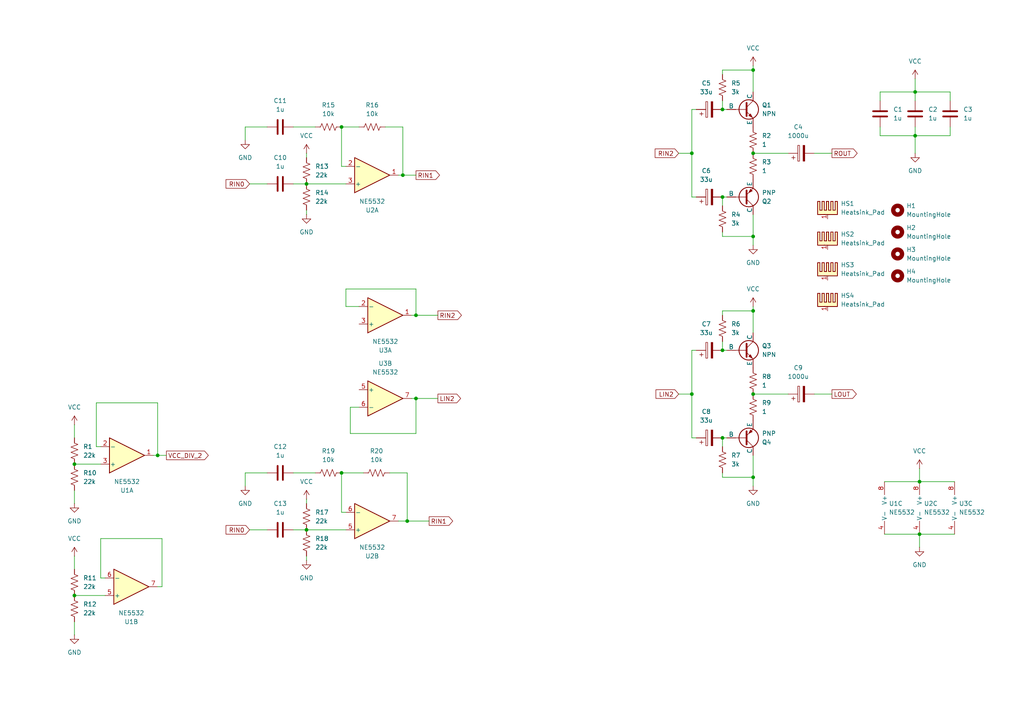
<source format=kicad_sch>
(kicad_sch (version 20231120) (generator "eeschema") (generator_version "8.0")
  (paper "A4")
  (lib_symbols
    (symbol "Amplifier_Operational:NE5532" (pin_names (offset 0.127))
      (property "Reference" "U" (at 0 5.08 0))
      (property "Value" "NE5532" (at 0 -5.08 0))
      (symbol "NE5532_1_1"
        (polyline (pts (xy -5.08 5.08) (xy 5.08 0) (xy -5.08 -5.08) (xy -5.08 5.08)) (stroke (width 0.254)) (fill (type background)))
        (pin output line (at 7.62 0 180) (length 2.54) (name "~") (number "1"))
        (pin input line (at -7.62 -2.54 0) (length 2.54) (name "-") (number "2"))
        (pin input line (at -7.62 2.54 0) (length 2.54) (name "+") (number "3"))
      )
      (symbol "NE5532_2_1"
        (polyline (pts (xy -5.08 5.08) (xy 5.08 0) (xy -5.08 -5.08) (xy -5.08 5.08)) (stroke (width 0.254)) (fill (type background)))
        (pin input line (at -7.62 2.54 0) (length 2.54) (name "+") (number "5"))
        (pin input line (at -7.62 -2.54 0) (length 2.54) (name "-") (number "6"))
        (pin output line (at 7.62 0 180) (length 2.54) (name "~") (number "7"))
      )
      (symbol "NE5532_3_1"
        (pin power_in line (at -2.54 -7.62 90) (length 3.81) (name "V-") (number "4"))
        (pin power_in line (at -2.54 7.62 270) (length 3.81) (name "V+") (number "8"))
      )
    )
    (symbol "Device:C" (pin_numbers hide) (pin_names (offset 0.254))
      (property "Reference" "C" (at 0.635 2.54 0))
      (property "Value" "C" (at 0.635 -2.54 0))
      (symbol "C_0_1"
        (polyline (pts (xy -2.032 -0.762) (xy 2.032 -0.762)) (stroke (width 0.508)))
        (polyline (pts (xy -2.032 0.762) (xy 2.032 0.762)) (stroke (width 0.508)))
      )
      (symbol "C_1_1"
        (pin passive line (at 0 3.81 270) (length 2.794) (name "~") (number "1"))
        (pin passive line (at 0 -3.81 90) (length 2.794) (name "~") (number "2"))
      )
    )
    (symbol "Device:C_Polarized" (pin_numbers hide) (pin_names (offset 0.254))
      (property "Reference" "C" (at 0.635 2.54 0))
      (property "Value" "C_Polarized" (at 0.635 -2.54 0))
      (symbol "C_Polarized_0_1"
        (rectangle (start -2.286 0.508) (end 2.286 1.016))
        (polyline (pts (xy -1.778 2.286) (xy -0.762 2.286)))
        (polyline (pts (xy -1.27 2.794) (xy -1.27 1.778)))
        (rectangle (start 2.286 -0.508) (end -2.286 -1.016) (fill (type outline)))
      )
      (symbol "C_Polarized_1_1"
        (pin passive line (at 0 3.81 270) (length 2.794) (name "~") (number "1"))
        (pin passive line (at 0 -3.81 90) (length 2.794) (name "~") (number "2"))
      )
    )
    (symbol "Device:R_US" (pin_numbers hide) (pin_names (offset 0))
      (property "Reference" "R" (at 2.54 0 90))
      (property "Value" "R_US" (at -2.54 0 90))
      (symbol "R_US_0_1"
        (polyline (pts (xy 0 -2.286) (xy 0 -2.54)))
        (polyline (pts (xy 0 2.286) (xy 0 2.54)))
        (polyline (pts (xy 0 -0.762) (xy 1.016 -1.143) (xy 0 -1.524) (xy -1.016 -1.905) (xy 0 -2.286)))
        (polyline (pts (xy 0 0.762) (xy 1.016 0.381) (xy 0 0) (xy -1.016 -0.381) (xy 0 -0.762)))
        (polyline (pts (xy 0 2.286) (xy 1.016 1.905) (xy 0 1.524) (xy -1.016 1.143) (xy 0 0.762)))
      )
      (symbol "R_US_1_1"
        (pin passive line (at 0 3.81 270) (length 1.27) (name "~") (number "1"))
        (pin passive line (at 0 -3.81 90) (length 1.27) (name "~") (number "2"))
      )
    )
    (symbol "Mechanical:Heatsink_Pad" (pin_names (offset 0))
      (property "Reference" "HS" (at 0 5.715 0))
      (property "Value" "Heatsink_Pad" (at 0 3.81 0))
      (symbol "Heatsink_Pad_0_1"
        (polyline (pts (xy -0.3302 0) (xy -0.9652 0) (xy -0.9652 2.54) (xy -1.6002 2.54) (xy -1.6002 0) (xy -2.2352 0) (xy -2.2352 2.54) (xy -2.8702 2.54) (xy -2.8702 -1.27) (xy -0.9652 -1.27)) (stroke (width 0.254)) (fill (type background)))
        (polyline (pts (xy -0.3302 0) (xy -0.3302 2.54) (xy 0.3048 2.54) (xy 0.3048 0) (xy 0.9398 0) (xy 0.9398 2.54) (xy 1.5748 2.54) (xy 1.5748 0) (xy 2.2098 0) (xy 2.2098 2.54) (xy 2.8448 2.54) (xy 2.8448 -1.27) (xy -0.9652 -1.27)) (stroke (width 0.254)) (fill (type background)))
      )
      (symbol "Heatsink_Pad_1_1"
        (pin passive line (at 0 -2.54 90) (length 1.27) (name "~") (number "1"))
      )
    )
    (symbol "Mechanical:MountingHole" (pin_names (offset 1.016))
      (property "Reference" "H" (at 0 5.08 0))
      (property "Value" "MountingHole" (at 0 3.175 0))
      (symbol "MountingHole_0_1"
        (circle (center 0 0) (radius 1.27) (stroke (width 1.27)))
      )
    )
    (symbol "Simulation_SPICE:NPN" (pin_numbers hide) (pin_names (offset 0))
      (property "Reference" "Q" (at -2.54 7.62 0))
      (property "Value" "NPN" (at -2.54 5.08 0))
      (symbol "NPN_0_1"
        (polyline (pts (xy -2.54 0) (xy 0.635 0)) (stroke (width 0.1524)))
        (polyline (pts (xy 0.635 0.635) (xy 2.54 2.54)))
        (polyline (pts (xy 2.794 -1.27) (xy 2.794 -1.27)) (stroke (width 0.1524)))
        (polyline (pts (xy 2.794 -1.27) (xy 2.794 -1.27)) (stroke (width 0.1524)))
        (polyline (pts (xy 0.635 -0.635) (xy 2.54 -2.54) (xy 2.54 -2.54)))
        (polyline (pts (xy 0.635 1.905) (xy 0.635 -1.905) (xy 0.635 -1.905)) (stroke (width 0.508)))
        (polyline (pts (xy 1.27 -1.778) (xy 1.778 -1.27) (xy 2.286 -2.286) (xy 1.27 -1.778) (xy 1.27 -1.778)) (fill (type outline)))
        (circle (center 1.27 0) (radius 2.8194) (stroke (width 0.254)))
      )
      (symbol "NPN_1_1"
        (pin open_collector line (at 2.54 5.08 270) (length 2.54) (name "C") (number "1"))
        (pin input line (at -5.08 0 0) (length 2.54) (name "B") (number "2"))
        (pin open_emitter line (at 2.54 -5.08 90) (length 2.54) (name "E") (number "3"))
      )
    )
    (symbol "Simulation_SPICE:PNP" (pin_numbers hide) (pin_names (offset 0))
      (property "Reference" "Q" (at -2.54 7.62 0))
      (property "Value" "PNP" (at -2.54 5.08 0))
      (symbol "PNP_0_1"
        (polyline (pts (xy -2.54 0) (xy 0.635 0)) (stroke (width 0.1524)))
        (polyline (pts (xy 0.635 0.635) (xy 2.54 2.54)))
        (polyline (pts (xy 0.635 -0.635) (xy 2.54 -2.54) (xy 2.54 -2.54)))
        (polyline (pts (xy 0.635 1.905) (xy 0.635 -1.905) (xy 0.635 -1.905)) (stroke (width 0.508)))
        (polyline (pts (xy 2.286 -1.778) (xy 1.778 -2.286) (xy 1.27 -1.27) (xy 2.286 -1.778) (xy 2.286 -1.778)) (fill (type outline)))
        (circle (center 1.27 0) (radius 2.8194) (stroke (width 0.254)))
      )
      (symbol "PNP_1_1"
        (pin open_collector line (at 2.54 5.08 270) (length 2.54) (name "C") (number "1"))
        (pin input line (at -5.08 0 0) (length 2.54) (name "B") (number "2"))
        (pin open_emitter line (at 2.54 -5.08 90) (length 2.54) (name "E") (number "3"))
      )
    )
    (symbol "power:GND" (power) (pin_numbers hide) (pin_names (offset 0) hide)
      (property "Value" "GND" (at 0 -3.81 0))
      (symbol "GND_0_1"
        (polyline (pts (xy 0 0) (xy 0 -1.27) (xy 1.27 -1.27) (xy 0 -2.54) (xy -1.27 -1.27) (xy 0 -1.27)))
      )
      (symbol "GND_1_1"
        (pin power_in line (at 0 0 270) (length 0) (name "~") (number "1"))
      )
    )
    (symbol "power:VCC" (power) (pin_numbers hide) (pin_names (offset 0) hide)
      (property "Value" "VCC" (at 0 3.556 0))
      (symbol "VCC_0_1"
        (polyline (pts (xy -0.762 1.27) (xy 0 2.54)))
        (polyline (pts (xy 0 0) (xy 0 2.54)))
        (polyline (pts (xy 0 2.54) (xy 0.762 1.27)))
      )
      (symbol "VCC_1_1"
        (pin power_in line (at 0 0 90) (length 0) (name "~") (number "1"))
      )
    )
  )
  (junction (at 266.7 154.94))
  (junction (at 218.44 20.32))
  (junction (at 200.66 44.45))
  (junction (at 209.55 57.15))
  (junction (at 209.55 31.75))
  (junction (at 118.11 151.13))
  (junction (at 45.72 132.08))
  (junction (at 120.65 115.57))
  (junction (at 266.7 139.7))
  (junction (at 218.44 90.17))
  (junction (at 120.65 91.44))
  (junction (at 88.9 53.34))
  (junction (at 218.44 114.3))
  (junction (at 209.55 101.6))
  (junction (at 21.59 134.62))
  (junction (at 99.06 137.16))
  (junction (at 218.44 68.58))
  (junction (at 21.59 172.72))
  (junction (at 209.55 127))
  (junction (at 116.84 50.8))
  (junction (at 265.43 39.37))
  (junction (at 218.44 44.45))
  (junction (at 99.06 36.83))
  (junction (at 88.9 153.67))
  (junction (at 218.44 138.43))
  (junction (at 265.43 26.67))
  (junction (at 200.66 114.3))
  (wire (pts (xy 120.65 115.57) (xy 127 115.57)))
  (wire (pts (xy 85.09 153.67) (xy 88.9 153.67)))
  (wire (pts (xy 218.44 20.32) (xy 218.44 26.67)))
  (wire (pts (xy 209.55 99.06) (xy 209.55 101.6)))
  (wire (pts (xy 265.43 26.67) (xy 265.43 29.21)))
  (wire (pts (xy 266.7 154.94) (xy 266.7 158.75)))
  (wire (pts (xy 265.43 39.37) (xy 275.59 39.37)))
  (wire (pts (xy 88.9 161.29) (xy 88.9 162.56)))
  (wire (pts (xy 266.7 154.94) (xy 276.86 154.94)))
  (wire (pts (xy 196.85 114.3) (xy 200.66 114.3)))
  (wire (pts (xy 115.57 151.13) (xy 118.11 151.13)))
  (wire (pts (xy 218.44 19.05) (xy 218.44 20.32)))
  (wire (pts (xy 236.22 114.3) (xy 241.3 114.3)))
  (wire (pts (xy 29.21 156.21) (xy 46.99 156.21)))
  (wire (pts (xy 104.14 118.11) (xy 101.6 118.11)))
  (wire (pts (xy 85.09 53.34) (xy 88.9 53.34)))
  (wire (pts (xy 88.9 44.45) (xy 88.9 45.72)))
  (wire (pts (xy 46.99 170.18) (xy 45.72 170.18)))
  (wire (pts (xy 120.65 91.44) (xy 127 91.44)))
  (wire (pts (xy 265.43 36.83) (xy 265.43 39.37)))
  (wire (pts (xy 209.55 20.32) (xy 218.44 20.32)))
  (wire (pts (xy 209.55 68.58) (xy 218.44 68.58)))
  (wire (pts (xy 209.55 57.15) (xy 209.55 59.69)))
  (wire (pts (xy 71.12 40.64) (xy 71.12 36.83)))
  (wire (pts (xy 21.59 172.72) (xy 30.48 172.72)))
  (wire (pts (xy 255.27 26.67) (xy 265.43 26.67)))
  (wire (pts (xy 218.44 90.17) (xy 218.44 96.52)))
  (wire (pts (xy 255.27 29.21) (xy 255.27 26.67)))
  (wire (pts (xy 265.43 26.67) (xy 275.59 26.67)))
  (wire (pts (xy 118.11 151.13) (xy 124.46 151.13)))
  (wire (pts (xy 100.33 83.82) (xy 120.65 83.82)))
  (wire (pts (xy 29.21 167.64) (xy 29.21 156.21)))
  (wire (pts (xy 27.94 129.54) (xy 27.94 116.84)))
  (wire (pts (xy 111.76 36.83) (xy 116.84 36.83)))
  (wire (pts (xy 104.14 36.83) (xy 99.06 36.83)))
  (wire (pts (xy 99.06 148.59) (xy 99.06 137.16)))
  (wire (pts (xy 266.7 139.7) (xy 276.86 139.7)))
  (wire (pts (xy 209.55 101.6) (xy 210.82 101.6)))
  (wire (pts (xy 256.54 154.94) (xy 266.7 154.94)))
  (wire (pts (xy 71.12 140.97) (xy 71.12 137.16)))
  (wire (pts (xy 85.09 137.16) (xy 91.44 137.16)))
  (wire (pts (xy 218.44 114.3) (xy 228.6 114.3)))
  (wire (pts (xy 104.14 88.9) (xy 100.33 88.9)))
  (wire (pts (xy 101.6 125.73) (xy 120.65 125.73)))
  (wire (pts (xy 209.55 21.59) (xy 209.55 20.32)))
  (wire (pts (xy 200.66 31.75) (xy 201.93 31.75)))
  (wire (pts (xy 29.21 129.54) (xy 27.94 129.54)))
  (wire (pts (xy 99.06 148.59) (xy 100.33 148.59)))
  (wire (pts (xy 209.55 127) (xy 209.55 129.54)))
  (wire (pts (xy 45.72 132.08) (xy 48.26 132.08)))
  (wire (pts (xy 201.93 57.15) (xy 200.66 57.15)))
  (wire (pts (xy 88.9 53.34) (xy 100.33 53.34)))
  (wire (pts (xy 99.06 137.16) (xy 105.41 137.16)))
  (wire (pts (xy 30.48 167.64) (xy 29.21 167.64)))
  (wire (pts (xy 120.65 125.73) (xy 120.65 115.57)))
  (wire (pts (xy 196.85 44.45) (xy 200.66 44.45)))
  (wire (pts (xy 116.84 36.83) (xy 116.84 50.8)))
  (wire (pts (xy 119.38 91.44) (xy 120.65 91.44)))
  (wire (pts (xy 21.59 123.19) (xy 21.59 127)))
  (wire (pts (xy 209.55 90.17) (xy 218.44 90.17)))
  (wire (pts (xy 21.59 142.24) (xy 21.59 146.05)))
  (wire (pts (xy 85.09 36.83) (xy 91.44 36.83)))
  (wire (pts (xy 218.44 138.43) (xy 218.44 140.97)))
  (wire (pts (xy 27.94 116.84) (xy 45.72 116.84)))
  (wire (pts (xy 275.59 39.37) (xy 275.59 36.83)))
  (wire (pts (xy 88.9 153.67) (xy 100.33 153.67)))
  (wire (pts (xy 236.22 44.45) (xy 241.3 44.45)))
  (wire (pts (xy 218.44 138.43) (xy 218.44 132.08)))
  (wire (pts (xy 100.33 88.9) (xy 100.33 83.82)))
  (wire (pts (xy 71.12 36.83) (xy 77.47 36.83)))
  (wire (pts (xy 72.39 53.34) (xy 77.47 53.34)))
  (wire (pts (xy 209.55 127) (xy 210.82 127)))
  (wire (pts (xy 218.44 88.9) (xy 218.44 90.17)))
  (wire (pts (xy 200.66 127) (xy 200.66 114.3)))
  (wire (pts (xy 118.11 137.16) (xy 118.11 151.13)))
  (wire (pts (xy 46.99 156.21) (xy 46.99 170.18)))
  (wire (pts (xy 255.27 36.83) (xy 255.27 39.37)))
  (wire (pts (xy 21.59 161.29) (xy 21.59 165.1)))
  (wire (pts (xy 115.57 50.8) (xy 116.84 50.8)))
  (wire (pts (xy 88.9 60.96) (xy 88.9 62.23)))
  (wire (pts (xy 275.59 26.67) (xy 275.59 29.21)))
  (wire (pts (xy 200.66 101.6) (xy 200.66 114.3)))
  (wire (pts (xy 88.9 144.78) (xy 88.9 146.05)))
  (wire (pts (xy 200.66 101.6) (xy 201.93 101.6)))
  (wire (pts (xy 265.43 22.86) (xy 265.43 26.67)))
  (wire (pts (xy 218.44 68.58) (xy 218.44 62.23)))
  (wire (pts (xy 209.55 57.15) (xy 210.82 57.15)))
  (wire (pts (xy 200.66 57.15) (xy 200.66 44.45)))
  (wire (pts (xy 209.55 29.21) (xy 209.55 31.75)))
  (wire (pts (xy 265.43 39.37) (xy 265.43 44.45)))
  (wire (pts (xy 209.55 91.44) (xy 209.55 90.17)))
  (wire (pts (xy 21.59 180.34) (xy 21.59 184.15)))
  (wire (pts (xy 119.38 115.57) (xy 120.65 115.57)))
  (wire (pts (xy 113.03 137.16) (xy 118.11 137.16)))
  (wire (pts (xy 45.72 132.08) (xy 44.45 132.08)))
  (wire (pts (xy 120.65 83.82) (xy 120.65 91.44)))
  (wire (pts (xy 45.72 116.84) (xy 45.72 132.08)))
  (wire (pts (xy 201.93 127) (xy 200.66 127)))
  (wire (pts (xy 21.59 134.62) (xy 29.21 134.62)))
  (wire (pts (xy 209.55 67.31) (xy 209.55 68.58)))
  (wire (pts (xy 100.33 48.26) (xy 99.06 48.26)))
  (wire (pts (xy 101.6 118.11) (xy 101.6 125.73)))
  (wire (pts (xy 209.55 138.43) (xy 218.44 138.43)))
  (wire (pts (xy 71.12 137.16) (xy 77.47 137.16)))
  (wire (pts (xy 99.06 48.26) (xy 99.06 36.83)))
  (wire (pts (xy 255.27 39.37) (xy 265.43 39.37)))
  (wire (pts (xy 218.44 44.45) (xy 228.6 44.45)))
  (wire (pts (xy 116.84 50.8) (xy 120.65 50.8)))
  (wire (pts (xy 72.39 153.67) (xy 77.47 153.67)))
  (wire (pts (xy 209.55 31.75) (xy 210.82 31.75)))
  (wire (pts (xy 200.66 31.75) (xy 200.66 44.45)))
  (wire (pts (xy 266.7 135.89) (xy 266.7 139.7)))
  (wire (pts (xy 209.55 137.16) (xy 209.55 138.43)))
  (wire (pts (xy 218.44 68.58) (xy 218.44 71.12)))
  (wire (pts (xy 256.54 139.7) (xy 266.7 139.7)))
  (global_label "RIN1" (shape output) (at 120.65 50.8 0) (property "Intersheetrefs" "${INTERSHEET_REFS}" (effects (hide yes))))
  (global_label "ROUT" (shape output) (at 241.3 44.45 0) (property "Intersheetrefs" "${INTERSHEET_REFS}" (effects (hide yes))))
  (global_label "RIN0" (shape input) (at 72.39 153.67 180) (property "Intersheetrefs" "${INTERSHEET_REFS}" (effects (hide yes))))
  (global_label "LIN2" (shape output) (at 127 115.57 0) (property "Intersheetrefs" "${INTERSHEET_REFS}" (effects (hide yes))))
  (global_label "VCC_DIV_2" (shape output) (at 48.26 132.08 0) (property "Intersheetrefs" "${INTERSHEET_REFS}" (effects (hide yes))))
  (global_label "RIN2" (shape output) (at 127 91.44 0) (property "Intersheetrefs" "${INTERSHEET_REFS}" (effects (hide yes))))
  (global_label "RIN2" (shape input) (at 196.85 44.45 180) (property "Intersheetrefs" "${INTERSHEET_REFS}" (effects (hide yes))))
  (global_label "RIN1" (shape output) (at 124.46 151.13 0) (property "Intersheetrefs" "${INTERSHEET_REFS}" (effects (hide yes))))
  (global_label "LIN2" (shape input) (at 196.85 114.3 180) (property "Intersheetrefs" "${INTERSHEET_REFS}" (effects (hide yes))))
  (global_label "RIN0" (shape input) (at 72.39 53.34 180) (property "Intersheetrefs" "${INTERSHEET_REFS}" (effects (hide yes))))
  (global_label "LOUT" (shape output) (at 241.3 114.3 0) (property "Intersheetrefs" "${INTERSHEET_REFS}" (effects (hide yes))))
  (symbol (lib_id "Device:R_US") (at 21.59 130.81 0) (unit 1)
    (property "Reference" "R1" (at 24.13 129.5399 0) (effects (justify left)))
    (property "Value" "22k" (at 24.13 132.0799 0) (effects (justify left)))
    (property "Description" "Resistor, US symbol" (effects (hide yes)))
  )
  (symbol (lib_id "Device:R_US") (at 95.25 36.83 90) (unit 1)
    (property "Reference" "R15" (at 95.25 30.48 90))
    (property "Value" "10k" (at 95.25 33.02 90))
    (property "Description" "Resistor, US symbol" (effects (hide yes)))
  )
  (symbol (lib_id "Device:C") (at 265.43 33.02 0) (unit 1)
    (property "Reference" "C2" (at 269.24 31.7499 0) (effects (justify left)))
    (property "Value" "1u" (at 269.24 34.2899 0) (effects (justify left)))
    (property "Description" "Unpolarized capacitor" (effects (hide yes)))
  )
  (symbol (lib_id "power:VCC") (at 265.43 22.86 0) (unit 1)
    (property "Reference" "#PWR02" (effects (hide yes)))
    (property "Value" "VCC" (at 265.43 17.78 0))
    (property "Description" "Power symbol creates a global label with name \"VCC\"" (effects (hide yes)))
  )
  (symbol (lib_id "Mechanical:MountingHole") (at 260.35 67.31 0) (unit 1)
    (property "Reference" "H2" (at 262.89 66.0399 0) (effects (justify left)))
    (property "Value" "MountingHole" (at 262.89 68.5799 0) (effects (justify left)))
    (property "Description" "Mounting Hole without connection" (effects (hide yes)))
  )
  (symbol (lib_id "Device:C") (at 81.28 137.16 270) (unit 1)
    (property "Reference" "C12" (at 81.28 129.54 90))
    (property "Value" "1u" (at 81.28 132.08 90))
    (property "Description" "Unpolarized capacitor" (effects (hide yes)))
  )
  (symbol (lib_id "power:VCC") (at 218.44 19.05 0) (unit 1)
    (property "Reference" "#PWR03" (effects (hide yes)))
    (property "Value" "VCC" (at 218.44 13.97 0))
    (property "Description" "Power symbol creates a global label with name \"VCC\"" (effects (hide yes)))
  )
  (symbol (lib_id "Device:R_US") (at 88.9 57.15 0) (unit 1)
    (property "Reference" "R14" (at 91.44 55.8799 0) (effects (justify left)))
    (property "Value" "22k" (at 91.44 58.4199 0) (effects (justify left)))
    (property "Description" "Resistor, US symbol" (effects (hide yes)))
  )
  (symbol (lib_id "Device:R_US") (at 88.9 149.86 0) (unit 1)
    (property "Reference" "R17" (at 91.44 148.5899 0) (effects (justify left)))
    (property "Value" "22k" (at 91.44 151.1299 0) (effects (justify left)))
    (property "Description" "Resistor, US symbol" (effects (hide yes)))
  )
  (symbol (lib_id "Mechanical:MountingHole") (at 260.35 60.96 0) (unit 1)
    (property "Reference" "H1" (at 262.89 59.6899 0) (effects (justify left)))
    (property "Value" "MountingHole" (at 262.89 62.2299 0) (effects (justify left)))
    (property "Description" "Mounting Hole without connection" (effects (hide yes)))
  )
  (symbol (lib_id "Device:R_US") (at 209.55 95.25 0) (unit 1)
    (property "Reference" "R6" (at 212.09 93.9799 0) (effects (justify left)))
    (property "Value" "3k" (at 212.09 96.5199 0) (effects (justify left)))
    (property "Description" "Resistor, US symbol" (effects (hide yes)))
  )
  (symbol (lib_id "Mechanical:Heatsink_Pad") (at 240.03 78.74 0) (unit 1)
    (property "Reference" "HS3" (at 243.84 76.8349 0) (effects (justify left)))
    (property "Value" "Heatsink_Pad" (at 243.84 79.3749 0) (effects (justify left)))
    (property "Description" "Heatsink with electrical connection, 1 pin" (effects (hide yes)))
  )
  (symbol (lib_id "Device:R_US") (at 95.25 137.16 90) (unit 1)
    (property "Reference" "R19" (at 95.25 130.81 90))
    (property "Value" "10k" (at 95.25 133.35 90))
    (property "Description" "Resistor, US symbol" (effects (hide yes)))
  )
  (symbol (lib_id "Device:R_US") (at 218.44 40.64 0) (unit 1)
    (property "Reference" "R2" (at 220.98 39.3699 0) (effects (justify left)))
    (property "Value" "1" (at 220.98 41.9099 0) (effects (justify left)))
    (property "Description" "Resistor, US symbol" (effects (hide yes)))
  )
  (symbol (lib_id "Simulation_SPICE:NPN") (at 215.9 101.6 0) (unit 1)
    (property "Reference" "Q3" (at 220.98 100.3299 0) (effects (justify left)))
    (property "Value" "NPN" (at 220.98 102.8699 0) (effects (justify left)))
    (property "Datasheet" "https://ngspice.sourceforge.io/docs/ngspice-html-manual/manual.xhtml#cha_BJTs" (effects (hide yes)))
    (property "Description" "Bipolar transistor symbol for simulation only, substrate tied to the emitter" (effects (hide yes)))
    (property "Sim.Device" "NPN" (effects (hide yes)))
    (property "Sim.Type" "GUMMELPOON" (effects (hide yes)))
    (property "Sim.Pins" "1=C 2=B 3=E" (effects (hide yes)))
  )
  (symbol (lib_id "Device:R_US") (at 209.55 63.5 0) (unit 1)
    (property "Reference" "R4" (at 212.09 62.2299 0) (effects (justify left)))
    (property "Value" "3k" (at 212.09 64.7699 0) (effects (justify left)))
    (property "Description" "Resistor, US symbol" (effects (hide yes)))
  )
  (symbol (lib_id "Simulation_SPICE:NPN") (at 215.9 31.75 0) (unit 1)
    (property "Reference" "Q1" (at 220.98 30.4799 0) (effects (justify left)))
    (property "Value" "NPN" (at 220.98 33.0199 0) (effects (justify left)))
    (property "Datasheet" "https://ngspice.sourceforge.io/docs/ngspice-html-manual/manual.xhtml#cha_BJTs" (effects (hide yes)))
    (property "Description" "Bipolar transistor symbol for simulation only, substrate tied to the emitter" (effects (hide yes)))
    (property "Sim.Device" "NPN" (effects (hide yes)))
    (property "Sim.Type" "GUMMELPOON" (effects (hide yes)))
    (property "Sim.Pins" "1=C 2=B 3=E" (effects (hide yes)))
  )
  (symbol (lib_id "power:GND") (at 88.9 62.23 0) (unit 1)
    (property "Reference" "#PWR013" (effects (hide yes)))
    (property "Value" "GND" (at 88.9 67.31 0))
    (property "Description" "Power symbol creates a global label with name \"GND\" , ground" (effects (hide yes)))
  )
  (symbol (lib_id "power:VCC") (at 266.7 135.89 0) (unit 1)
    (property "Reference" "#PWR012" (effects (hide yes)))
    (property "Value" "VCC" (at 266.7 130.81 0))
    (property "Description" "Power symbol creates a global label with name \"VCC\"" (effects (hide yes)))
  )
  (symbol (lib_id "Device:R_US") (at 218.44 110.49 0) (unit 1)
    (property "Reference" "R8" (at 220.98 109.2199 0) (effects (justify left)))
    (property "Value" "1" (at 220.98 111.7599 0) (effects (justify left)))
    (property "Description" "Resistor, US symbol" (effects (hide yes)))
  )
  (symbol (lib_id "Device:R_US") (at 88.9 157.48 0) (unit 1)
    (property "Reference" "R18" (at 91.44 156.2099 0) (effects (justify left)))
    (property "Value" "22k" (at 91.44 158.7499 0) (effects (justify left)))
    (property "Description" "Resistor, US symbol" (effects (hide yes)))
  )
  (symbol (lib_id "Device:C_Polarized") (at 232.41 44.45 90) (unit 1)
    (property "Reference" "C4" (at 231.521 36.83 90))
    (property "Value" "1000u" (at 231.521 39.37 90))
    (property "Description" "Polarized capacitor" (effects (hide yes)))
  )
  (symbol (lib_id "power:GND") (at 265.43 44.45 0) (unit 1)
    (property "Reference" "#PWR01" (effects (hide yes)))
    (property "Value" "GND" (at 265.43 49.53 0))
    (property "Description" "Power symbol creates a global label with name \"GND\" , ground" (effects (hide yes)))
  )
  (symbol (lib_id "Device:C_Polarized") (at 205.74 57.15 90) (unit 1)
    (property "Reference" "C6" (at 204.851 49.53 90))
    (property "Value" "33u" (at 204.851 52.07 90))
    (property "Description" "Polarized capacitor" (effects (hide yes)))
  )
  (symbol (lib_id "Device:C_Polarized") (at 205.74 127 90) (unit 1)
    (property "Reference" "C8" (at 204.851 119.38 90))
    (property "Value" "33u" (at 204.851 121.92 90))
    (property "Description" "Polarized capacitor" (effects (hide yes)))
  )
  (symbol (lib_id "Amplifier_Operational:NE5532") (at 279.4 147.32 0) (unit 3)
    (property "Reference" "U3" (at 278.13 146.0499 0) (effects (justify left)))
    (property "Value" "NE5532" (at 278.13 148.5899 0) (effects (justify left)))
    (property "Datasheet" "http://www.ti.com/lit/ds/symlink/ne5532.pdf" (effects (hide yes)))
    (property "Description" "Dual Low-Noise Operational Amplifiers, DIP-8/SOIC-8" (effects (hide yes)))
  )
  (symbol (lib_id "Device:R_US") (at 218.44 118.11 0) (unit 1)
    (property "Reference" "R9" (at 220.98 116.8399 0) (effects (justify left)))
    (property "Value" "1" (at 220.98 119.3799 0) (effects (justify left)))
    (property "Description" "Resistor, US symbol" (effects (hide yes)))
  )
  (symbol (lib_id "Device:R_US") (at 107.95 36.83 90) (unit 1)
    (property "Reference" "R16" (at 107.95 30.48 90))
    (property "Value" "10k" (at 107.95 33.02 90))
    (property "Description" "Resistor, US symbol" (effects (hide yes)))
  )
  (symbol (lib_id "power:GND") (at 218.44 140.97 0) (unit 1)
    (property "Reference" "#PWR06" (effects (hide yes)))
    (property "Value" "GND" (at 218.44 146.05 0))
    (property "Description" "Power symbol creates a global label with name \"GND\" , ground" (effects (hide yes)))
  )
  (symbol (lib_id "Device:C") (at 81.28 53.34 270) (unit 1)
    (property "Reference" "C10" (at 81.28 45.72 90))
    (property "Value" "1u" (at 81.28 48.26 90))
    (property "Description" "Unpolarized capacitor" (effects (hide yes)))
  )
  (symbol (lib_id "Amplifier_Operational:NE5532") (at 107.95 50.8 0) (mirror x) (unit 1)
    (property "Reference" "U2" (at 107.95 60.96 0))
    (property "Value" "NE5532" (at 107.95 58.42 0))
    (property "Datasheet" "http://www.ti.com/lit/ds/symlink/ne5532.pdf" (effects (hide yes)))
    (property "Description" "Dual Low-Noise Operational Amplifiers, DIP-8/SOIC-8" (effects (hide yes)))
  )
  (symbol (lib_id "Device:R_US") (at 21.59 168.91 0) (unit 1)
    (property "Reference" "R11" (at 24.13 167.6399 0) (effects (justify left)))
    (property "Value" "22k" (at 24.13 170.1799 0) (effects (justify left)))
    (property "Description" "Resistor, US symbol" (effects (hide yes)))
  )
  (symbol (lib_id "Amplifier_Operational:NE5532") (at 36.83 132.08 0) (mirror x) (unit 1)
    (property "Reference" "U1" (at 36.83 142.24 0))
    (property "Value" "NE5532" (at 36.83 139.7 0))
    (property "Datasheet" "http://www.ti.com/lit/ds/symlink/ne5532.pdf" (effects (hide yes)))
    (property "Description" "Dual Low-Noise Operational Amplifiers, DIP-8/SOIC-8" (effects (hide yes)))
  )
  (symbol (lib_id "power:GND") (at 21.59 184.15 0) (unit 1)
    (property "Reference" "#PWR010" (effects (hide yes)))
    (property "Value" "GND" (at 21.59 189.23 0))
    (property "Description" "Power symbol creates a global label with name \"GND\" , ground" (effects (hide yes)))
  )
  (symbol (lib_id "Amplifier_Operational:NE5532") (at 107.95 151.13 0) (mirror x) (unit 2)
    (property "Reference" "U2" (at 107.95 161.29 0))
    (property "Value" "NE5532" (at 107.95 158.75 0))
    (property "Datasheet" "http://www.ti.com/lit/ds/symlink/ne5532.pdf" (effects (hide yes)))
    (property "Description" "Dual Low-Noise Operational Amplifiers, DIP-8/SOIC-8" (effects (hide yes)))
  )
  (symbol (lib_id "Device:R_US") (at 109.22 137.16 90) (unit 1)
    (property "Reference" "R20" (at 109.22 130.81 90))
    (property "Value" "10k" (at 109.22 133.35 90))
    (property "Description" "Resistor, US symbol" (effects (hide yes)))
  )
  (symbol (lib_id "power:VCC") (at 21.59 123.19 0) (unit 1)
    (property "Reference" "#PWR07" (effects (hide yes)))
    (property "Value" "VCC" (at 21.59 118.11 0))
    (property "Description" "Power symbol creates a global label with name \"VCC\"" (effects (hide yes)))
  )
  (symbol (lib_id "power:VCC") (at 218.44 88.9 0) (unit 1)
    (property "Reference" "#PWR05" (effects (hide yes)))
    (property "Value" "VCC" (at 218.44 83.82 0))
    (property "Description" "Power symbol creates a global label with name \"VCC\"" (effects (hide yes)))
  )
  (symbol (lib_id "Mechanical:Heatsink_Pad") (at 240.03 69.85 0) (unit 1)
    (property "Reference" "HS2" (at 243.84 67.9449 0) (effects (justify left)))
    (property "Value" "Heatsink_Pad" (at 243.84 70.4849 0) (effects (justify left)))
    (property "Description" "Heatsink with electrical connection, 1 pin" (effects (hide yes)))
  )
  (symbol (lib_id "Amplifier_Operational:NE5532") (at 269.24 147.32 0) (unit 3)
    (property "Reference" "U2" (at 267.97 146.0499 0) (effects (justify left)))
    (property "Value" "NE5532" (at 267.97 148.5899 0) (effects (justify left)))
    (property "Datasheet" "http://www.ti.com/lit/ds/symlink/ne5532.pdf" (effects (hide yes)))
    (property "Description" "Dual Low-Noise Operational Amplifiers, DIP-8/SOIC-8" (effects (hide yes)))
  )
  (symbol (lib_id "Amplifier_Operational:NE5532") (at 111.76 91.44 0) (mirror x) (unit 1)
    (property "Reference" "U3" (at 111.76 101.6 0))
    (property "Value" "NE5532" (at 111.76 99.06 0))
    (property "Datasheet" "http://www.ti.com/lit/ds/symlink/ne5532.pdf" (effects (hide yes)))
    (property "Description" "Dual Low-Noise Operational Amplifiers, DIP-8/SOIC-8" (effects (hide yes)))
  )
  (symbol (lib_id "Simulation_SPICE:PNP") (at 215.9 127 0) (mirror x) (unit 1)
    (property "Reference" "Q4" (at 220.98 128.2701 0) (effects (justify left)))
    (property "Value" "PNP" (at 220.98 125.7301 0) (effects (justify left)))
    (property "Datasheet" "https://ngspice.sourceforge.io/docs/ngspice-html-manual/manual.xhtml#cha_BJTs" (effects (hide yes)))
    (property "Description" "Bipolar transistor symbol for simulation only, substrate tied to the emitter" (effects (hide yes)))
    (property "Sim.Device" "PNP" (effects (hide yes)))
    (property "Sim.Type" "GUMMELPOON" (effects (hide yes)))
    (property "Sim.Pins" "1=C 2=B 3=E" (effects (hide yes)))
  )
  (symbol (lib_id "Amplifier_Operational:NE5532") (at 111.76 115.57 0) (unit 2)
    (property "Reference" "U3" (at 111.76 105.41 0))
    (property "Value" "NE5532" (at 111.76 107.95 0))
    (property "Datasheet" "http://www.ti.com/lit/ds/symlink/ne5532.pdf" (effects (hide yes)))
    (property "Description" "Dual Low-Noise Operational Amplifiers, DIP-8/SOIC-8" (effects (hide yes)))
  )
  (symbol (lib_id "Amplifier_Operational:NE5532") (at 38.1 170.18 0) (mirror x) (unit 2)
    (property "Reference" "U1" (at 38.1 180.34 0))
    (property "Value" "NE5532" (at 38.1 177.8 0))
    (property "Datasheet" "http://www.ti.com/lit/ds/symlink/ne5532.pdf" (effects (hide yes)))
    (property "Description" "Dual Low-Noise Operational Amplifiers, DIP-8/SOIC-8" (effects (hide yes)))
  )
  (symbol (lib_id "Mechanical:MountingHole") (at 260.35 73.66 0) (unit 1)
    (property "Reference" "H3" (at 262.89 72.3899 0) (effects (justify left)))
    (property "Value" "MountingHole" (at 262.89 74.9299 0) (effects (justify left)))
    (property "Description" "Mounting Hole without connection" (effects (hide yes)))
  )
  (symbol (lib_id "Device:C_Polarized") (at 205.74 31.75 90) (unit 1)
    (property "Reference" "C5" (at 204.851 24.13 90))
    (property "Value" "33u" (at 204.851 26.67 90))
    (property "Description" "Polarized capacitor" (effects (hide yes)))
  )
  (symbol (lib_id "power:GND") (at 218.44 71.12 0) (unit 1)
    (property "Reference" "#PWR04" (effects (hide yes)))
    (property "Value" "GND" (at 218.44 76.2 0))
    (property "Description" "Power symbol creates a global label with name \"GND\" , ground" (effects (hide yes)))
  )
  (symbol (lib_id "Device:R_US") (at 88.9 49.53 0) (unit 1)
    (property "Reference" "R13" (at 91.44 48.2599 0) (effects (justify left)))
    (property "Value" "22k" (at 91.44 50.7999 0) (effects (justify left)))
    (property "Description" "Resistor, US symbol" (effects (hide yes)))
  )
  (symbol (lib_id "power:VCC") (at 88.9 144.78 0) (unit 1)
    (property "Reference" "#PWR017" (effects (hide yes)))
    (property "Value" "VCC" (at 88.9 139.7 0))
    (property "Description" "Power symbol creates a global label with name \"VCC\"" (effects (hide yes)))
  )
  (symbol (lib_id "power:GND") (at 88.9 162.56 0) (unit 1)
    (property "Reference" "#PWR018" (effects (hide yes)))
    (property "Value" "GND" (at 88.9 167.64 0))
    (property "Description" "Power symbol creates a global label with name \"GND\" , ground" (effects (hide yes)))
  )
  (symbol (lib_id "power:GND") (at 266.7 158.75 0) (unit 1)
    (property "Reference" "#PWR011" (effects (hide yes)))
    (property "Value" "GND" (at 266.7 163.83 0))
    (property "Description" "Power symbol creates a global label with name \"GND\" , ground" (effects (hide yes)))
  )
  (symbol (lib_id "power:VCC") (at 88.9 44.45 0) (unit 1)
    (property "Reference" "#PWR015" (effects (hide yes)))
    (property "Value" "VCC" (at 88.9 39.37 0))
    (property "Description" "Power symbol creates a global label with name \"VCC\"" (effects (hide yes)))
  )
  (symbol (lib_id "Device:C") (at 81.28 36.83 270) (unit 1)
    (property "Reference" "C11" (at 81.28 29.21 90))
    (property "Value" "1u" (at 81.28 31.75 90))
    (property "Description" "Unpolarized capacitor" (effects (hide yes)))
  )
  (symbol (lib_id "Device:R_US") (at 21.59 176.53 0) (unit 1)
    (property "Reference" "R12" (at 24.13 175.2599 0) (effects (justify left)))
    (property "Value" "22k" (at 24.13 177.7999 0) (effects (justify left)))
    (property "Description" "Resistor, US symbol" (effects (hide yes)))
  )
  (symbol (lib_id "power:GND") (at 71.12 140.97 0) (unit 1)
    (property "Reference" "#PWR016" (effects (hide yes)))
    (property "Value" "GND" (at 71.12 146.05 0))
    (property "Description" "Power symbol creates a global label with name \"GND\" , ground" (effects (hide yes)))
  )
  (symbol (lib_id "Device:C") (at 255.27 33.02 0) (unit 1)
    (property "Reference" "C1" (at 259.08 31.7499 0) (effects (justify left)))
    (property "Value" "1u" (at 259.08 34.2899 0) (effects (justify left)))
    (property "Description" "Unpolarized capacitor" (effects (hide yes)))
  )
  (symbol (lib_id "Device:C") (at 81.28 153.67 270) (unit 1)
    (property "Reference" "C13" (at 81.28 146.05 90))
    (property "Value" "1u" (at 81.28 148.59 90))
    (property "Description" "Unpolarized capacitor" (effects (hide yes)))
  )
  (symbol (lib_id "Device:C") (at 275.59 33.02 0) (unit 1)
    (property "Reference" "C3" (at 279.4 31.7499 0) (effects (justify left)))
    (property "Value" "1u" (at 279.4 34.2899 0) (effects (justify left)))
    (property "Description" "Unpolarized capacitor" (effects (hide yes)))
  )
  (symbol (lib_id "Mechanical:Heatsink_Pad") (at 240.03 60.96 0) (unit 1)
    (property "Reference" "HS1" (at 243.84 59.0549 0) (effects (justify left)))
    (property "Value" "Heatsink_Pad" (at 243.84 61.5949 0) (effects (justify left)))
    (property "Description" "Heatsink with electrical connection, 1 pin" (effects (hide yes)))
  )
  (symbol (lib_id "Simulation_SPICE:PNP") (at 215.9 57.15 0) (mirror x) (unit 1)
    (property "Reference" "Q2" (at 220.98 58.4201 0) (effects (justify left)))
    (property "Value" "PNP" (at 220.98 55.8801 0) (effects (justify left)))
    (property "Datasheet" "https://ngspice.sourceforge.io/docs/ngspice-html-manual/manual.xhtml#cha_BJTs" (effects (hide yes)))
    (property "Description" "Bipolar transistor symbol for simulation only, substrate tied to the emitter" (effects (hide yes)))
    (property "Sim.Device" "PNP" (effects (hide yes)))
    (property "Sim.Type" "GUMMELPOON" (effects (hide yes)))
    (property "Sim.Pins" "1=C 2=B 3=E" (effects (hide yes)))
  )
  (symbol (lib_id "Device:R_US") (at 209.55 25.4 0) (unit 1)
    (property "Reference" "R5" (at 212.09 24.1299 0) (effects (justify left)))
    (property "Value" "3k" (at 212.09 26.6699 0) (effects (justify left)))
    (property "Description" "Resistor, US symbol" (effects (hide yes)))
  )
  (symbol (lib_id "Mechanical:Heatsink_Pad") (at 240.03 87.63 0) (unit 1)
    (property "Reference" "HS4" (at 243.84 85.7249 0) (effects (justify left)))
    (property "Value" "Heatsink_Pad" (at 243.84 88.2649 0) (effects (justify left)))
    (property "Description" "Heatsink with electrical connection, 1 pin" (effects (hide yes)))
  )
  (symbol (lib_id "power:GND") (at 21.59 146.05 0) (unit 1)
    (property "Reference" "#PWR08" (effects (hide yes)))
    (property "Value" "GND" (at 21.59 151.13 0))
    (property "Description" "Power symbol creates a global label with name \"GND\" , ground" (effects (hide yes)))
  )
  (symbol (lib_id "Device:R_US") (at 21.59 138.43 0) (unit 1)
    (property "Reference" "R10" (at 24.13 137.1599 0) (effects (justify left)))
    (property "Value" "22k" (at 24.13 139.6999 0) (effects (justify left)))
    (property "Description" "Resistor, US symbol" (effects (hide yes)))
  )
  (symbol (lib_id "Device:C_Polarized") (at 205.74 101.6 90) (unit 1)
    (property "Reference" "C7" (at 204.851 93.98 90))
    (property "Value" "33u" (at 204.851 96.52 90))
    (property "Description" "Polarized capacitor" (effects (hide yes)))
  )
  (symbol (lib_id "Mechanical:MountingHole") (at 260.35 80.01 0) (unit 1)
    (property "Reference" "H4" (at 262.89 78.7399 0) (effects (justify left)))
    (property "Value" "MountingHole" (at 262.89 81.2799 0) (effects (justify left)))
    (property "Description" "Mounting Hole without connection" (effects (hide yes)))
  )
  (symbol (lib_id "Device:C_Polarized") (at 232.41 114.3 90) (unit 1)
    (property "Reference" "C9" (at 231.521 106.68 90))
    (property "Value" "1000u" (at 231.521 109.22 90))
    (property "Description" "Polarized capacitor" (effects (hide yes)))
  )
  (symbol (lib_id "power:GND") (at 71.12 40.64 0) (unit 1)
    (property "Reference" "#PWR014" (effects (hide yes)))
    (property "Value" "GND" (at 71.12 45.72 0))
    (property "Description" "Power symbol creates a global label with name \"GND\" , ground" (effects (hide yes)))
  )
  (symbol (lib_id "Device:R_US") (at 218.44 48.26 0) (unit 1)
    (property "Reference" "R3" (at 220.98 46.9899 0) (effects (justify left)))
    (property "Value" "1" (at 220.98 49.5299 0) (effects (justify left)))
    (property "Description" "Resistor, US symbol" (effects (hide yes)))
  )
  (symbol (lib_id "power:VCC") (at 21.59 161.29 0) (unit 1)
    (property "Reference" "#PWR09" (effects (hide yes)))
    (property "Value" "VCC" (at 21.59 156.21 0))
    (property "Description" "Power symbol creates a global label with name \"VCC\"" (effects (hide yes)))
  )
  (symbol (lib_id "Amplifier_Operational:NE5532") (at 259.08 147.32 0) (unit 3)
    (property "Reference" "U1" (at 257.81 146.0499 0) (effects (justify left)))
    (property "Value" "NE5532" (at 257.81 148.5899 0) (effects (justify left)))
    (property "Datasheet" "http://www.ti.com/lit/ds/symlink/ne5532.pdf" (effects (hide yes)))
    (property "Description" "Dual Low-Noise Operational Amplifiers, DIP-8/SOIC-8" (effects (hide yes)))
  )
  (symbol (lib_id "Device:R_US") (at 209.55 133.35 0) (unit 1)
    (property "Reference" "R7" (at 212.09 132.0799 0) (effects (justify left)))
    (property "Value" "3k" (at 212.09 134.6199 0) (effects (justify left)))
    (property "Description" "Resistor, US symbol" (effects (hide yes)))
  )
)
</source>
